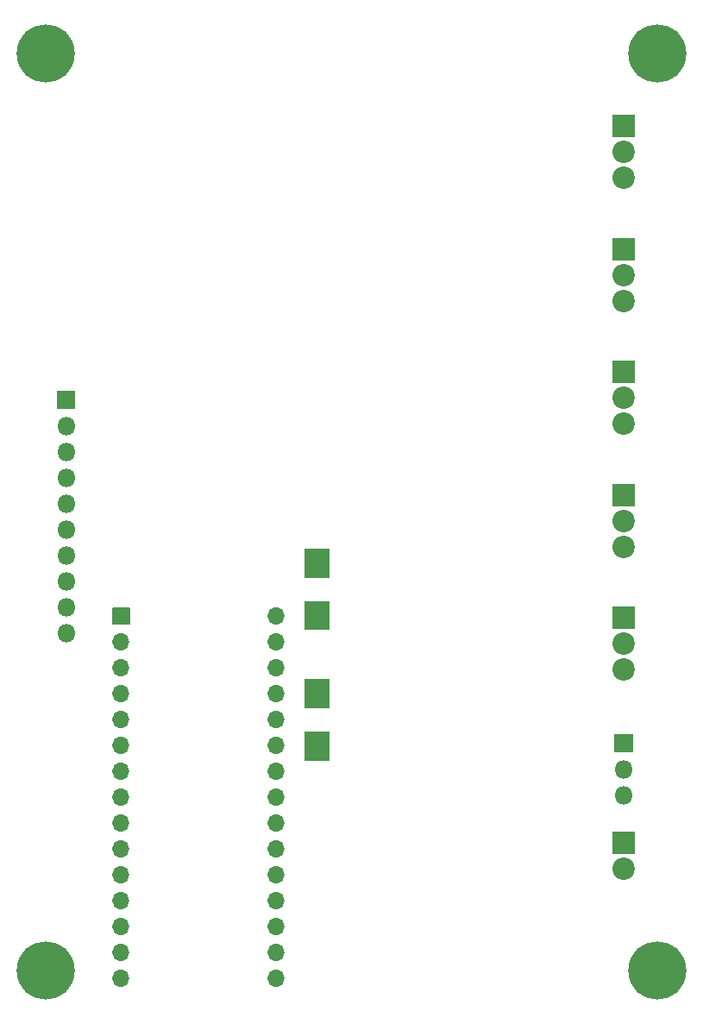
<source format=gbr>
%TF.GenerationSoftware,KiCad,Pcbnew,5.1.10-1.fc34*%
%TF.CreationDate,2021-06-08T11:48:28-04:00*%
%TF.ProjectId,BREAD_Slice,42524541-445f-4536-9c69-63652e6b6963,rev?*%
%TF.SameCoordinates,Original*%
%TF.FileFunction,Soldermask,Bot*%
%TF.FilePolarity,Negative*%
%FSLAX46Y46*%
G04 Gerber Fmt 4.6, Leading zero omitted, Abs format (unit mm)*
G04 Created by KiCad (PCBNEW 5.1.10-1.fc34) date 2021-06-08 11:48:28*
%MOMM*%
%LPD*%
G01*
G04 APERTURE LIST*
%ADD10C,2.200000*%
%ADD11O,1.800000X1.800000*%
%ADD12C,5.700000*%
%ADD13O,1.700000X1.700000*%
G04 APERTURE END LIST*
D10*
%TO.C,J8*%
X184322000Y-124814000D03*
G36*
G01*
X183272000Y-121174000D02*
X185372000Y-121174000D01*
G75*
G02*
X185422000Y-121224000I0J-50000D01*
G01*
X185422000Y-123324000D01*
G75*
G02*
X185372000Y-123374000I-50000J0D01*
G01*
X183272000Y-123374000D01*
G75*
G02*
X183222000Y-123324000I0J50000D01*
G01*
X183222000Y-121224000D01*
G75*
G02*
X183272000Y-121174000I50000J0D01*
G01*
G37*
%TD*%
D11*
%TO.C,J7*%
X184322000Y-117575000D03*
X184322000Y-115035000D03*
G36*
G01*
X183422000Y-113345000D02*
X183422000Y-111645000D01*
G75*
G02*
X183472000Y-111595000I50000J0D01*
G01*
X185172000Y-111595000D01*
G75*
G02*
X185222000Y-111645000I0J-50000D01*
G01*
X185222000Y-113345000D01*
G75*
G02*
X185172000Y-113395000I-50000J0D01*
G01*
X183472000Y-113395000D01*
G75*
G02*
X183422000Y-113345000I0J50000D01*
G01*
G37*
%TD*%
D10*
%TO.C,J6*%
X184322000Y-81126000D03*
X184322000Y-78586000D03*
G36*
G01*
X183272000Y-74946000D02*
X185372000Y-74946000D01*
G75*
G02*
X185422000Y-74996000I0J-50000D01*
G01*
X185422000Y-77096000D01*
G75*
G02*
X185372000Y-77146000I-50000J0D01*
G01*
X183272000Y-77146000D01*
G75*
G02*
X183222000Y-77096000I0J50000D01*
G01*
X183222000Y-74996000D01*
G75*
G02*
X183272000Y-74946000I50000J0D01*
G01*
G37*
%TD*%
%TO.C,J5*%
X184322000Y-105256000D03*
X184322000Y-102716000D03*
G36*
G01*
X183272000Y-99076000D02*
X185372000Y-99076000D01*
G75*
G02*
X185422000Y-99126000I0J-50000D01*
G01*
X185422000Y-101226000D01*
G75*
G02*
X185372000Y-101276000I-50000J0D01*
G01*
X183272000Y-101276000D01*
G75*
G02*
X183222000Y-101226000I0J50000D01*
G01*
X183222000Y-99126000D01*
G75*
G02*
X183272000Y-99076000I50000J0D01*
G01*
G37*
%TD*%
%TO.C,J4*%
X184322000Y-69061000D03*
X184322000Y-66521000D03*
G36*
G01*
X183272000Y-62881000D02*
X185372000Y-62881000D01*
G75*
G02*
X185422000Y-62931000I0J-50000D01*
G01*
X185422000Y-65031000D01*
G75*
G02*
X185372000Y-65081000I-50000J0D01*
G01*
X183272000Y-65081000D01*
G75*
G02*
X183222000Y-65031000I0J50000D01*
G01*
X183222000Y-62931000D01*
G75*
G02*
X183272000Y-62881000I50000J0D01*
G01*
G37*
%TD*%
%TO.C,J3*%
X184322000Y-93191000D03*
X184322000Y-90651000D03*
G36*
G01*
X183272000Y-87011000D02*
X185372000Y-87011000D01*
G75*
G02*
X185422000Y-87061000I0J-50000D01*
G01*
X185422000Y-89161000D01*
G75*
G02*
X185372000Y-89211000I-50000J0D01*
G01*
X183272000Y-89211000D01*
G75*
G02*
X183222000Y-89161000I0J50000D01*
G01*
X183222000Y-87061000D01*
G75*
G02*
X183272000Y-87011000I50000J0D01*
G01*
G37*
%TD*%
%TO.C,J2*%
X184322000Y-56996000D03*
X184322000Y-54456000D03*
G36*
G01*
X183272000Y-50816000D02*
X185372000Y-50816000D01*
G75*
G02*
X185422000Y-50866000I0J-50000D01*
G01*
X185422000Y-52966000D01*
G75*
G02*
X185372000Y-53016000I-50000J0D01*
G01*
X183272000Y-53016000D01*
G75*
G02*
X183222000Y-52966000I0J50000D01*
G01*
X183222000Y-50866000D01*
G75*
G02*
X183272000Y-50816000I50000J0D01*
G01*
G37*
%TD*%
D12*
%TO.C,H4*%
X187600000Y-134800000D03*
%TD*%
%TO.C,H3*%
X127600000Y-134800000D03*
%TD*%
%TO.C,H2*%
X187600000Y-44800000D03*
%TD*%
%TO.C,H1*%
X127600000Y-44800000D03*
%TD*%
%TO.C,C1*%
G36*
G01*
X155398001Y-96247000D02*
X153047999Y-96247000D01*
G75*
G02*
X152998000Y-96197001I0J49999D01*
G01*
X152998000Y-93426999D01*
G75*
G02*
X153047999Y-93377000I49999J0D01*
G01*
X155398001Y-93377000D01*
G75*
G02*
X155448000Y-93426999I0J-49999D01*
G01*
X155448000Y-96197001D01*
G75*
G02*
X155398001Y-96247000I-49999J0D01*
G01*
G37*
G36*
G01*
X155398001Y-101387000D02*
X153047999Y-101387000D01*
G75*
G02*
X152998000Y-101337001I0J49999D01*
G01*
X152998000Y-98566999D01*
G75*
G02*
X153047999Y-98517000I49999J0D01*
G01*
X155398001Y-98517000D01*
G75*
G02*
X155448000Y-98566999I0J-49999D01*
G01*
X155448000Y-101337001D01*
G75*
G02*
X155398001Y-101387000I-49999J0D01*
G01*
G37*
%TD*%
%TO.C,A1*%
G36*
G01*
X134150000Y-100800000D02*
X134150000Y-99200000D01*
G75*
G02*
X134200000Y-99150000I50000J0D01*
G01*
X135800000Y-99150000D01*
G75*
G02*
X135850000Y-99200000I0J-50000D01*
G01*
X135850000Y-100800000D01*
G75*
G02*
X135800000Y-100850000I-50000J0D01*
G01*
X134200000Y-100850000D01*
G75*
G02*
X134150000Y-100800000I0J50000D01*
G01*
G37*
D13*
X150240000Y-133020000D03*
X135000000Y-102540000D03*
X150240000Y-130480000D03*
X135000000Y-105080000D03*
X150240000Y-127940000D03*
X135000000Y-107620000D03*
X150240000Y-125400000D03*
X135000000Y-110160000D03*
X150240000Y-122860000D03*
X135000000Y-112700000D03*
X150240000Y-120320000D03*
X135000000Y-115240000D03*
X150240000Y-117780000D03*
X135000000Y-117780000D03*
X150240000Y-115240000D03*
X135000000Y-120320000D03*
X150240000Y-112700000D03*
X135000000Y-122860000D03*
X150240000Y-110160000D03*
X135000000Y-125400000D03*
X150240000Y-107620000D03*
X135000000Y-127940000D03*
X150240000Y-105080000D03*
X135000000Y-130480000D03*
X150240000Y-102540000D03*
X135000000Y-133020000D03*
X150240000Y-100000000D03*
X135000000Y-135560000D03*
X150240000Y-135560000D03*
%TD*%
%TO.C,C2*%
G36*
G01*
X153047999Y-106204000D02*
X155398001Y-106204000D01*
G75*
G02*
X155448000Y-106253999I0J-49999D01*
G01*
X155448000Y-109024001D01*
G75*
G02*
X155398001Y-109074000I-49999J0D01*
G01*
X153047999Y-109074000D01*
G75*
G02*
X152998000Y-109024001I0J49999D01*
G01*
X152998000Y-106253999D01*
G75*
G02*
X153047999Y-106204000I49999J0D01*
G01*
G37*
G36*
G01*
X153047999Y-111344000D02*
X155398001Y-111344000D01*
G75*
G02*
X155448000Y-111393999I0J-49999D01*
G01*
X155448000Y-114164001D01*
G75*
G02*
X155398001Y-114214000I-49999J0D01*
G01*
X153047999Y-114214000D01*
G75*
G02*
X152998000Y-114164001I0J49999D01*
G01*
X152998000Y-111393999D01*
G75*
G02*
X153047999Y-111344000I49999J0D01*
G01*
G37*
%TD*%
%TO.C,J1*%
G36*
G01*
X128700000Y-79650000D02*
X128700000Y-77950000D01*
G75*
G02*
X128750000Y-77900000I50000J0D01*
G01*
X130450000Y-77900000D01*
G75*
G02*
X130500000Y-77950000I0J-50000D01*
G01*
X130500000Y-79650000D01*
G75*
G02*
X130450000Y-79700000I-50000J0D01*
G01*
X128750000Y-79700000D01*
G75*
G02*
X128700000Y-79650000I0J50000D01*
G01*
G37*
D11*
X129600000Y-81340000D03*
X129600000Y-83880000D03*
X129600000Y-86420000D03*
X129600000Y-88960000D03*
X129600000Y-91500000D03*
X129600000Y-94040000D03*
X129600000Y-96580000D03*
X129600000Y-99120000D03*
X129600000Y-101660000D03*
%TD*%
M02*

</source>
